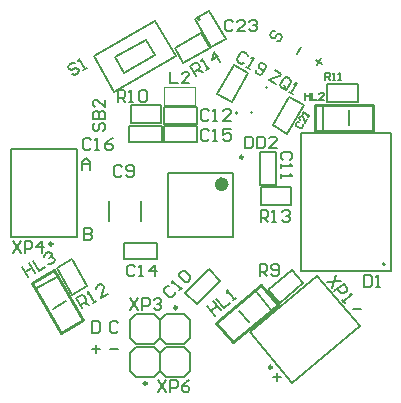
<source format=gto>
G04*
G04 #@! TF.GenerationSoftware,Altium Limited,Altium Designer,25.1.2 (22)*
G04*
G04 Layer_Color=65535*
%FSLAX44Y44*%
%MOMM*%
G71*
G04*
G04 #@! TF.SameCoordinates,7166223C-B6ED-409E-8759-D5DD53971EAE*
G04*
G04*
G04 #@! TF.FilePolarity,Positive*
G04*
G01*
G75*
%ADD10C,0.2500*%
%ADD11C,0.2540*%
%ADD12C,0.2000*%
%ADD13C,0.6000*%
%ADD14C,0.1270*%
%ADD15C,0.1000*%
D10*
X240118Y42647D02*
G03*
X240118Y42647I-1250J0D01*
G01*
X54250Y147000D02*
G03*
X54250Y147000I-1250J0D01*
G01*
X215750Y220500D02*
G03*
X215750Y220500I-1250J0D01*
G01*
D11*
X134250Y29000D02*
G03*
X134250Y29000I-1250J0D01*
G01*
X159650Y93000D02*
G03*
X159650Y93000I-1250J0D01*
G01*
X193182Y80500D02*
X207323Y63647D01*
X245051Y95304D01*
X230910Y112157D02*
X245051Y95304D01*
X193182Y80500D02*
X230910Y112157D01*
X61340Y71680D02*
X80392Y82680D01*
X55767Y125331D02*
X80392Y82680D01*
X36715Y114331D02*
X55767Y125331D01*
X36715Y114331D02*
X61340Y71680D01*
X326000Y243000D02*
X326000Y265000D01*
X276750D02*
X326000D01*
X276750Y243000D02*
X276750Y265000D01*
X276750Y243000D02*
X326000Y243000D01*
D12*
X336000Y129900D02*
G03*
X336000Y129900I-1000J0D01*
G01*
X179127Y337250D02*
G03*
X179127Y337250I-1000J0D01*
G01*
X211081Y257840D02*
G03*
X211081Y257840I-1000J0D01*
G01*
X221226Y72227D02*
X278355Y120164D01*
X314302Y77324D01*
X257173Y29388D02*
X314302Y77324D01*
X221226Y72227D02*
X257173Y29388D01*
X212161Y90551D02*
X220518Y80593D01*
X240455Y91448D02*
X245051Y95304D01*
X239750Y91509D02*
X240455Y91448D01*
X225930Y107979D02*
X239750Y91509D01*
X237220Y108389D02*
X246862Y96898D01*
X257138Y125102D02*
X266779Y113611D01*
X237220Y108389D02*
X257138Y125102D01*
X246862Y96898D02*
X266779Y113611D01*
X19000Y152500D02*
X74924D01*
X74924Y227076D01*
X19000Y227076D02*
X74924Y227076D01*
X19000Y152500D02*
Y227076D01*
X171100Y54620D02*
X171100Y39380D01*
X150700Y59700D02*
X166020Y59700D01*
X171100Y54620D01*
X166020Y34300D02*
X171100Y39380D01*
X150780Y34300D02*
X166020D01*
X125380D02*
X140620Y34300D01*
X145700Y39380D02*
X150780Y34300D01*
X145700Y54620D02*
X150780Y59700D01*
X145700Y54620D02*
X145700Y39380D01*
X120300Y39380D02*
X125380Y34300D01*
X120300Y54620D02*
X120300Y39380D01*
X120300Y54620D02*
X125380Y59700D01*
X125300Y59700D02*
X140620D01*
X145700Y54620D01*
X140620Y34300D02*
X145700Y39380D01*
X120300Y67380D02*
Y82620D01*
X125380Y62300D02*
X140700D01*
X120300Y67380D02*
X125380Y62300D01*
X120300Y82620D02*
X125380Y87700D01*
X140620Y87700D01*
X150780Y87700D02*
X166020D01*
X140620Y87700D02*
X145700Y82620D01*
X140620Y62300D02*
X145700Y67380D01*
Y82620D01*
X166020Y87700D02*
X171100Y82620D01*
Y67380D02*
Y82620D01*
X166020Y62300D02*
X171100Y67380D01*
X150780Y62300D02*
X166100D01*
X145700Y67380D02*
X150780Y62300D01*
X145700Y82620D02*
X150780Y87700D01*
X115000Y134000D02*
Y148000D01*
X143000Y134000D02*
Y148000D01*
X115000D02*
X143000D01*
X115000Y134000D02*
X143000D01*
X129531Y166521D02*
Y183479D01*
X102469Y166521D02*
Y183479D01*
X244000Y197000D02*
Y225000D01*
X230000Y197000D02*
Y225000D01*
X244000D01*
X230000Y197000D02*
X244000D01*
X230500Y180000D02*
X256500D01*
X230500Y195000D02*
X256500D01*
Y180000D02*
Y195000D01*
X230500Y180000D02*
Y195000D01*
X149000Y263000D02*
X177000D01*
X149000Y249000D02*
X177000D01*
X149000D02*
Y263000D01*
X177000Y249000D02*
Y263000D01*
X149000Y247000D02*
X177000D01*
X149000Y233000D02*
X177000D01*
X149000D02*
Y247000D01*
X177000Y233000D02*
Y247000D01*
X152500Y152500D02*
Y207500D01*
X207500Y152500D02*
Y207500D01*
X152500Y152500D02*
X207500D01*
X152500Y207500D02*
X207500D01*
X54737Y92116D02*
X65995Y98616D01*
X55767Y125331D02*
X58767Y120135D01*
X58584Y119452D02*
X58767Y120135D01*
X39965Y108702D02*
X58584Y119452D01*
X70995Y134008D02*
X83995Y111492D01*
X58005Y126508D02*
X71005Y103992D01*
X58005Y126508D02*
X70995Y134008D01*
X71005Y103992D02*
X83995Y111492D01*
X305000Y247500D02*
X305000Y260500D01*
X276750Y265000D02*
X282750Y265000D01*
X283250Y264500D01*
X283250Y243000D01*
X287000Y267500D02*
X313000D01*
X287000Y282500D02*
X313000D01*
Y267500D02*
Y282500D01*
X287000Y267500D02*
Y282500D01*
X119000Y233000D02*
X147000D01*
X119000Y247000D02*
X147000D01*
Y233000D02*
Y247000D01*
X119000Y233000D02*
Y247000D01*
X120500Y249500D02*
X146500D01*
X120500Y264500D02*
X146500D01*
Y249500D02*
Y264500D01*
X120500Y249500D02*
Y264500D01*
X206062Y267376D02*
X220062Y291624D01*
X193938Y274376D02*
X207938Y298624D01*
X220062Y291624D01*
X193938Y274376D02*
X206062Y267376D01*
X253062Y240376D02*
X267062Y264624D01*
X240938Y247376D02*
X254938Y271624D01*
X267062Y264624D01*
X240938Y247376D02*
X253062Y240376D01*
X165233Y299935D02*
X187750Y312935D01*
X157733Y312925D02*
X180250Y325925D01*
X187750Y312935D01*
X157733Y312925D02*
X165233Y299935D01*
X187062Y344624D02*
X201062Y320376D01*
X174938Y337624D02*
X188938Y313376D01*
X174938Y337624D02*
X187062Y344624D01*
X188938Y313376D02*
X201062Y320376D01*
X166651Y105800D02*
X186450Y125599D01*
X176550Y95901D02*
X196349Y115700D01*
X166651Y105800D02*
X176550Y95901D01*
X186450Y125599D02*
X196349Y115700D01*
X79250Y209750D02*
Y216415D01*
X82582Y219747D01*
X85914Y216415D01*
Y209750D01*
Y214748D01*
X79250D01*
X81250Y160747D02*
Y150750D01*
X86248D01*
X87914Y152416D01*
Y154082D01*
X86248Y155748D01*
X81250D01*
X86248D01*
X87914Y157415D01*
Y159081D01*
X86248Y160747D01*
X81250D01*
X241000Y34332D02*
X247665D01*
X244332Y37664D02*
Y31000D01*
X309000Y92000D02*
X315665D01*
X103000Y58332D02*
X109664D01*
X88000D02*
X94664D01*
X91332Y61665D02*
Y55000D01*
X109664Y80331D02*
X107998Y81997D01*
X104666D01*
X103000Y80331D01*
Y73666D01*
X104666Y72000D01*
X107998D01*
X109664Y73666D01*
X88000Y81997D02*
Y72000D01*
X92998D01*
X94664Y73666D01*
Y80331D01*
X92998Y81997D01*
X88000D01*
X261268Y307732D02*
X264600Y313504D01*
X278382Y298398D02*
X281714Y304170D01*
X277162Y302950D02*
X282934Y299618D01*
X242386Y327669D02*
X240110Y327059D01*
X238444Y324173D01*
X239053Y321897D01*
X240496Y321064D01*
X242772Y321674D01*
X244438Y324560D01*
X246714Y325170D01*
X248157Y324337D01*
X248767Y322061D01*
X247101Y319175D01*
X244825Y318565D01*
X143671Y31498D02*
X150336Y21502D01*
Y31498D02*
X143671Y21502D01*
X153668D02*
Y31498D01*
X158666D01*
X160332Y29832D01*
Y26500D01*
X158666Y24834D01*
X153668D01*
X170329Y31498D02*
X166997Y29832D01*
X163664Y26500D01*
Y23168D01*
X165331Y21502D01*
X168663D01*
X170329Y23168D01*
Y24834D01*
X168663Y26500D01*
X163664D01*
X90418Y249335D02*
X88752Y247669D01*
Y244337D01*
X90418Y242671D01*
X92084D01*
X93750Y244337D01*
Y247669D01*
X95416Y249335D01*
X97082D01*
X98748Y247669D01*
Y244337D01*
X97082Y242671D01*
X88752Y252668D02*
X98748D01*
Y257666D01*
X97082Y259332D01*
X95416D01*
X93750Y257666D01*
Y252668D01*
Y257666D01*
X92084Y259332D01*
X90418D01*
X88752Y257666D01*
Y252668D01*
X98748Y269329D02*
Y262665D01*
X92084Y269329D01*
X90418D01*
X88752Y267663D01*
Y264331D01*
X90418Y262665D01*
X242399Y294160D02*
X248170Y290828D01*
X247337Y289385D01*
X238234Y286946D01*
X237400Y285503D01*
X243172Y282171D01*
X252663Y278615D02*
X255995Y284387D01*
X255385Y286663D01*
X252499Y288329D01*
X250223Y287719D01*
X246891Y281947D01*
X247501Y279671D01*
X250387Y278005D01*
X250610Y281724D02*
X251829Y277172D01*
X250387Y278005D02*
X252663Y278615D01*
X254715Y275506D02*
X257601Y273840D01*
X256158Y274673D01*
X261157Y283330D01*
X258881Y282721D01*
X20671Y149498D02*
X27336Y139502D01*
Y149498D02*
X20671Y139502D01*
X30668D02*
Y149498D01*
X35666D01*
X37332Y147832D01*
Y144500D01*
X35666Y142834D01*
X30668D01*
X45663Y139502D02*
Y149498D01*
X40665Y144500D01*
X47329D01*
X119921Y101248D02*
X126586Y91252D01*
Y101248D02*
X119921Y91252D01*
X129918D02*
Y101248D01*
X134916D01*
X136582Y99582D01*
Y96250D01*
X134916Y94584D01*
X129918D01*
X139915Y99582D02*
X141581Y101248D01*
X144913D01*
X146579Y99582D01*
Y97916D01*
X144913Y96250D01*
X143247D01*
X144913D01*
X146579Y94584D01*
Y92918D01*
X144913Y91252D01*
X141581D01*
X139915Y92918D01*
X294332Y121147D02*
X290958Y109616D01*
X298616Y116042D02*
X286674Y114721D01*
X293100Y107063D02*
X300758Y113489D01*
X303971Y109660D01*
X303766Y107313D01*
X301213Y105171D01*
X298866Y105376D01*
X295653Y109205D01*
X299526Y99405D02*
X301668Y96853D01*
X300597Y98129D01*
X308255Y104555D01*
X305907Y104760D01*
X73334Y299886D02*
X71058Y300496D01*
X68172Y298829D01*
X67562Y296553D01*
X68395Y295111D01*
X70671Y294501D01*
X73557Y296167D01*
X75833Y295557D01*
X76666Y294114D01*
X76056Y291838D01*
X73170Y290172D01*
X70894Y290782D01*
X80385Y294337D02*
X83271Y296003D01*
X81828Y295170D01*
X76830Y303828D01*
X76220Y301552D01*
X175677Y289423D02*
X170679Y298081D01*
X175008Y300580D01*
X177284Y299970D01*
X178950Y297084D01*
X178340Y294808D01*
X174011Y292309D01*
X176897Y293975D02*
X181449Y292756D01*
X184335Y294422D02*
X187221Y296088D01*
X185778Y295255D01*
X180779Y303912D01*
X180170Y301636D01*
X195878Y301086D02*
X190880Y309744D01*
X189050Y302916D01*
X194822Y306248D01*
X230504Y166002D02*
Y175998D01*
X235502D01*
X237169Y174332D01*
Y171000D01*
X235502Y169334D01*
X230504D01*
X233836D02*
X237169Y166002D01*
X240501D02*
X243833D01*
X242167D01*
Y175998D01*
X240501Y174332D01*
X248832D02*
X250498Y175998D01*
X253830D01*
X255496Y174332D01*
Y172666D01*
X253830Y171000D01*
X252164D01*
X253830D01*
X255496Y169334D01*
Y167668D01*
X253830Y166002D01*
X250498D01*
X248832Y167668D01*
X79677Y92423D02*
X74679Y101081D01*
X79008Y103580D01*
X81284Y102970D01*
X82950Y100084D01*
X82340Y97808D01*
X78011Y95309D01*
X80897Y96975D02*
X85449Y95756D01*
X88335Y97422D02*
X91221Y99088D01*
X89778Y98255D01*
X84779Y106912D01*
X84170Y104636D01*
X101321Y104919D02*
X95549Y101587D01*
X97989Y110691D01*
X97156Y112134D01*
X94880Y112744D01*
X91994Y111077D01*
X91384Y108801D01*
X285502Y286001D02*
Y291999D01*
X288501D01*
X289501Y290999D01*
Y289000D01*
X288501Y288000D01*
X285502D01*
X287502D02*
X289501Y286001D01*
X291500D02*
X293500D01*
X292500D01*
Y291999D01*
X291500Y290999D01*
X296499Y286001D02*
X298498D01*
X297498D01*
Y291999D01*
X296499Y290999D01*
X109504Y267002D02*
Y276998D01*
X114502D01*
X116169Y275332D01*
Y272000D01*
X114502Y270334D01*
X109504D01*
X112836D02*
X116169Y267002D01*
X119501D02*
X122833D01*
X121167D01*
Y276998D01*
X119501Y275332D01*
X127831D02*
X129498Y276998D01*
X132830D01*
X134496Y275332D01*
Y268668D01*
X132830Y267002D01*
X129498D01*
X127831Y268668D01*
Y275332D01*
X229669Y120002D02*
Y129998D01*
X234668D01*
X236334Y128332D01*
Y125000D01*
X234668Y123334D01*
X229669D01*
X233002D02*
X236334Y120002D01*
X239666Y121668D02*
X241332Y120002D01*
X244664D01*
X246331Y121668D01*
Y128332D01*
X244664Y129998D01*
X241332D01*
X239666Y128332D01*
Y126666D01*
X241332Y125000D01*
X246331D01*
X153669Y292998D02*
Y283002D01*
X160334D01*
X170331D02*
X163666D01*
X170331Y289666D01*
Y291332D01*
X168664Y292998D01*
X165332D01*
X163666Y291332D01*
X28958Y127664D02*
X33956Y119007D01*
X31457Y123336D01*
X37228Y126668D01*
X34729Y130997D01*
X39727Y122339D01*
X37615Y132663D02*
X42613Y124005D01*
X48385Y127337D01*
X47105Y136218D02*
X47715Y138494D01*
X50601Y140160D01*
X52877Y139550D01*
X53710Y138107D01*
X53100Y135831D01*
X51657Y134998D01*
X53100Y135831D01*
X55376Y135222D01*
X56209Y133779D01*
X55600Y131503D01*
X52714Y129837D01*
X50438Y130446D01*
X268003Y274999D02*
Y269001D01*
Y272000D01*
X272001D01*
Y274999D01*
Y269001D01*
X274001Y274999D02*
Y269001D01*
X277999D01*
X283997D02*
X279999D01*
X283997Y273000D01*
Y273999D01*
X282998Y274999D01*
X280998D01*
X279999Y273999D01*
X185353Y94082D02*
X191779Y86424D01*
X188566Y90253D01*
X193671Y94537D01*
X190458Y98366D01*
X196884Y90708D01*
X193011Y100508D02*
X199437Y92850D01*
X204542Y97134D01*
X207095Y99276D02*
X209647Y101418D01*
X208371Y100347D01*
X201945Y108005D01*
X201740Y105658D01*
X217671Y237998D02*
Y228002D01*
X222669D01*
X224335Y229668D01*
Y236332D01*
X222669Y237998D01*
X217671D01*
X227668D02*
Y228002D01*
X232666D01*
X234332Y229668D01*
Y236332D01*
X232666Y237998D01*
X227668D01*
X244329Y228002D02*
X237665D01*
X244329Y234666D01*
Y236332D01*
X242663Y237998D01*
X239331D01*
X237665Y236332D01*
X318335Y120998D02*
Y111002D01*
X323334D01*
X325000Y112668D01*
Y119332D01*
X323334Y120998D01*
X318335D01*
X328332Y111002D02*
X331665D01*
X329998D01*
Y120998D01*
X328332Y119332D01*
X207335Y335332D02*
X205669Y336998D01*
X202337D01*
X200671Y335332D01*
Y328668D01*
X202337Y327002D01*
X205669D01*
X207335Y328668D01*
X217332Y327002D02*
X210668D01*
X217332Y333666D01*
Y335332D01*
X215666Y336998D01*
X212334D01*
X210668Y335332D01*
X220665D02*
X222331Y336998D01*
X225663D01*
X227329Y335332D01*
Y333666D01*
X225663Y332000D01*
X223997D01*
X225663D01*
X227329Y330334D01*
Y328668D01*
X225663Y327002D01*
X222331D01*
X220665Y328668D01*
X262769Y250402D02*
X261403Y250037D01*
X260404Y248305D01*
X260770Y246940D01*
X264233Y244940D01*
X265598Y245306D01*
X266598Y247038D01*
X266232Y248403D01*
X270097Y253098D02*
X268097Y249635D01*
X266634Y255097D01*
X265768Y255597D01*
X264402Y255231D01*
X263403Y253500D01*
X263769Y252134D01*
X271096Y254829D02*
X272096Y256561D01*
X271596Y255695D01*
X266402Y258694D01*
X266768Y257328D01*
X219616Y305802D02*
X219006Y308078D01*
X216120Y309744D01*
X213844Y309134D01*
X210512Y303362D01*
X211122Y301086D01*
X214008Y299420D01*
X216284Y300030D01*
X218336Y296921D02*
X221222Y295255D01*
X219779Y296088D01*
X224778Y304745D01*
X222502Y304135D01*
X226384Y294198D02*
X226994Y291922D01*
X229880Y290256D01*
X232156Y290866D01*
X235488Y296638D01*
X234878Y298914D01*
X231992Y300580D01*
X229716Y299970D01*
X228883Y298527D01*
X229493Y296251D01*
X233822Y293752D01*
X86918Y235082D02*
X85252Y236748D01*
X81920D01*
X80254Y235082D01*
Y228418D01*
X81920Y226752D01*
X85252D01*
X86918Y228418D01*
X90251Y226752D02*
X93583D01*
X91917D01*
Y236748D01*
X90251Y235082D01*
X105246Y236748D02*
X101914Y235082D01*
X98581Y231750D01*
Y228418D01*
X100248Y226752D01*
X103580D01*
X105246Y228418D01*
Y230084D01*
X103580Y231750D01*
X98581D01*
X187169Y242332D02*
X185502Y243998D01*
X182170D01*
X180504Y242332D01*
Y235668D01*
X182170Y234002D01*
X185502D01*
X187169Y235668D01*
X190501Y234002D02*
X193833D01*
X192167D01*
Y243998D01*
X190501Y242332D01*
X205496Y243998D02*
X198831D01*
Y239000D01*
X202164Y240666D01*
X203830D01*
X205496Y239000D01*
Y235668D01*
X203830Y234002D01*
X200498D01*
X198831Y235668D01*
X124169Y127832D02*
X122502Y129498D01*
X119170D01*
X117504Y127832D01*
Y121168D01*
X119170Y119502D01*
X122502D01*
X124169Y121168D01*
X127501Y119502D02*
X130833D01*
X129167D01*
Y129498D01*
X127501Y127832D01*
X140830Y119502D02*
Y129498D01*
X135831Y124500D01*
X142496D01*
X187169Y259332D02*
X185502Y260998D01*
X182170D01*
X180504Y259332D01*
Y252668D01*
X182170Y251002D01*
X185502D01*
X187169Y252668D01*
X190501Y251002D02*
X193833D01*
X192167D01*
Y260998D01*
X190501Y259332D01*
X205496Y251002D02*
X198831D01*
X205496Y257666D01*
Y259332D01*
X203830Y260998D01*
X200498D01*
X198831Y259332D01*
X255832Y218165D02*
X257498Y219831D01*
Y223164D01*
X255832Y224830D01*
X249168D01*
X247502Y223164D01*
Y219831D01*
X249168Y218165D01*
X247502Y214833D02*
Y211501D01*
Y213167D01*
X257498D01*
X255832Y214833D01*
X247502Y206502D02*
Y203170D01*
Y204836D01*
X257498D01*
X255832Y206502D01*
X153363Y111326D02*
X151007D01*
X148651Y108970D01*
Y106613D01*
X153363Y101901D01*
X155720D01*
X158076Y104257D01*
Y106613D01*
X161610Y107792D02*
X163967Y110148D01*
X162789Y108970D01*
X155720Y116039D01*
Y113682D01*
X161610Y119573D02*
Y121929D01*
X163967Y124285D01*
X166323Y124285D01*
X171035Y119573D01*
X171035Y117217D01*
X168679Y114860D01*
X166323D01*
X161610Y119573D01*
X113334Y212332D02*
X111668Y213998D01*
X108336D01*
X106669Y212332D01*
Y205668D01*
X108336Y204002D01*
X111668D01*
X113334Y205668D01*
X116666D02*
X118332Y204002D01*
X121664D01*
X123331Y205668D01*
Y212332D01*
X121664Y213998D01*
X118332D01*
X116666Y212332D01*
Y210666D01*
X118332Y209000D01*
X123331D01*
D13*
X200500Y197500D02*
G03*
X200500Y197500I-3000J0D01*
G01*
D14*
X265000Y240900D02*
X265000Y123900D01*
X340600Y123900D01*
X340600Y240900D01*
X265000Y240900D02*
X340600Y240900D01*
X141231Y336155D02*
X158731Y305844D01*
X89269Y306155D02*
X141231Y336155D01*
X89269Y306155D02*
X106769Y275845D01*
X158731Y305844D01*
X133240Y319995D02*
X140740Y307005D01*
X107260Y304995D02*
X133240Y319995D01*
X107260Y304995D02*
X114760Y292005D01*
X140740Y307005D01*
X222290Y258585D02*
X223675Y257785D01*
X234790Y280236D02*
X236175Y279436D01*
D15*
X149000Y264500D02*
Y279500D01*
Y264500D02*
X175000D01*
Y279500D01*
X149000D02*
X175000D01*
M02*

</source>
